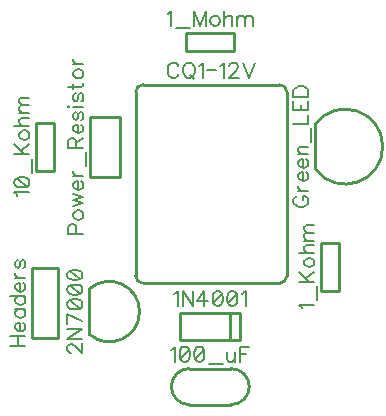
<source format=gto>
G04 DipTrace 2.4.0.2*
%INTopSilk.gto*%
%MOIN*%
%ADD10C,0.0098*%
%ADD54C,0.0077*%
%FSLAX44Y44*%
G04*
G70*
G90*
G75*
G01*
%LNTopSilk*%
%LPD*%
X10241Y5340D2*
D10*
X11639D1*
X10241Y6540D2*
X11639D1*
Y5340D2*
G03X11639Y6540I1J600D01*
G01*
X10241D2*
G03X10241Y5340I-1J-600D01*
G01*
X14640Y9139D2*
X15240D1*
X14640Y10741D2*
Y9139D1*
Y10741D2*
X15240D1*
Y9139D1*
X11741Y17140D2*
Y17740D1*
X10139Y17140D2*
X11741D1*
X10139D2*
Y17740D1*
X11741D1*
X11933Y8393D2*
Y7487D1*
X9923D1*
X11599Y8393D2*
Y7487D1*
X9923Y8393D2*
Y7487D1*
X11933Y8393D2*
X9923D1*
X6909Y7684D2*
G03X6909Y9196I666J756D01*
G01*
Y7684D1*
X13491Y15767D2*
Y9625D1*
X13255Y9389D2*
X8688D1*
X8452Y9625D2*
Y15767D1*
X8688Y16003D2*
X13255D1*
G02X13491Y15767I0J-236D01*
G01*
Y9625D2*
G02X13255Y9389I-236J0D01*
G01*
X8688D2*
G02X8452Y9625I0J236D01*
G01*
Y15767D2*
G02X8688Y16003I236J0D01*
G01*
X14440Y13191D2*
Y14689D1*
X14442Y13188D2*
G03X14442Y14692I998J752D01*
G01*
X5007Y7546D2*
Y9909D1*
X5873Y7546D2*
Y9909D1*
X5007Y7546D2*
X5873D1*
X5007Y9909D2*
X5873D1*
X7940Y14940D2*
X6940D1*
X7940Y12940D2*
Y14940D1*
Y12940D2*
X6940D1*
Y14940D1*
X5740Y14742D2*
X5140D1*
X5740Y13139D2*
Y14742D1*
Y13139D2*
X5140D1*
Y14742D1*
X9645Y7176D2*
D54*
X9693Y7200D1*
X9765Y7272D1*
Y6770D1*
X10063Y7272D2*
X9991Y7248D1*
X9943Y7176D1*
X9919Y7057D1*
Y6985D1*
X9943Y6865D1*
X9991Y6794D1*
X10063Y6770D1*
X10110D1*
X10182Y6794D1*
X10230Y6865D1*
X10254Y6985D1*
Y7057D1*
X10230Y7176D1*
X10182Y7248D1*
X10110Y7272D1*
X10063D1*
X10230Y7176D2*
X9943Y6865D1*
X10552Y7272D2*
X10480Y7248D1*
X10432Y7176D1*
X10408Y7057D1*
Y6985D1*
X10432Y6865D1*
X10480Y6794D1*
X10552Y6770D1*
X10600D1*
X10672Y6794D1*
X10719Y6865D1*
X10743Y6985D1*
Y7057D1*
X10719Y7176D1*
X10672Y7248D1*
X10600Y7272D1*
X10552D1*
X10719Y7176D2*
X10432Y6865D1*
X10898Y6687D2*
X11352D1*
X11507Y7105D2*
Y6865D1*
X11530Y6794D1*
X11578Y6770D1*
X11650D1*
X11698Y6794D1*
X11770Y6865D1*
Y7105D2*
Y6770D1*
X12235Y7272D2*
X11924D1*
Y6770D1*
Y7033D2*
X12115D1*
X14004Y8549D2*
X13980Y8597D1*
X13908Y8669D1*
X14410D1*
X14493Y8823D2*
Y9278D1*
X13908Y9432D2*
X14410D1*
X13908Y9767D2*
X14243Y9432D1*
X14123Y9551D2*
X14410Y9767D1*
X14075Y10041D2*
X14099Y9993D1*
X14147Y9945D1*
X14219Y9921D1*
X14266D1*
X14338Y9945D1*
X14386Y9993D1*
X14410Y10041D1*
Y10113D1*
X14386Y10161D1*
X14338Y10208D1*
X14266Y10232D1*
X14219D1*
X14147Y10208D1*
X14099Y10161D1*
X14075Y10113D1*
Y10041D1*
X13908Y10387D2*
X14410D1*
X14171D2*
X14099Y10459D1*
X14075Y10507D1*
Y10579D1*
X14099Y10626D1*
X14171Y10650D1*
X14410D1*
X14075Y10804D2*
X14410D1*
X14171D2*
X14099Y10876D1*
X14075Y10924D1*
Y10996D1*
X14099Y11044D1*
X14171Y11067D1*
X14410D1*
X14171D2*
X14099Y11139D1*
X14075Y11187D1*
Y11259D1*
X14099Y11307D1*
X14171Y11331D1*
X14410D1*
X9525Y18376D2*
X9573Y18400D1*
X9645Y18472D1*
Y17970D1*
X9800Y17887D2*
X10254D1*
X10791Y17970D2*
Y18472D1*
X10599Y17970D1*
X10408Y18472D1*
Y17970D1*
X11064Y18305D2*
X11017Y18281D1*
X10969Y18233D1*
X10945Y18161D1*
Y18114D1*
X10969Y18042D1*
X11017Y17994D1*
X11064Y17970D1*
X11136D1*
X11184Y17994D1*
X11232Y18042D1*
X11256Y18114D1*
Y18161D1*
X11232Y18233D1*
X11184Y18281D1*
X11136Y18305D1*
X11064D1*
X11411Y18472D2*
Y17970D1*
Y18209D2*
X11482Y18281D1*
X11531Y18305D1*
X11602D1*
X11650Y18281D1*
X11674Y18209D1*
Y17970D1*
X11828Y18305D2*
Y17970D1*
Y18209D2*
X11900Y18281D1*
X11948Y18305D1*
X12019D1*
X12067Y18281D1*
X12091Y18209D1*
Y17970D1*
Y18209D2*
X12163Y18281D1*
X12211Y18305D1*
X12282D1*
X12331Y18281D1*
X12355Y18209D1*
Y17970D1*
X9741Y9029D2*
X9789Y9053D1*
X9860Y9124D1*
Y8623D1*
X10350Y9125D2*
Y8623D1*
X10015Y9125D1*
Y8623D1*
X10743D2*
Y9124D1*
X10504Y8790D1*
X10863D1*
X11161Y9124D2*
X11089Y9101D1*
X11041Y9029D1*
X11017Y8909D1*
Y8838D1*
X11041Y8718D1*
X11089Y8646D1*
X11161Y8623D1*
X11209D1*
X11280Y8646D1*
X11328Y8718D1*
X11352Y8838D1*
Y8909D1*
X11328Y9029D1*
X11280Y9101D1*
X11209Y9124D1*
X11161D1*
X11328Y9029D2*
X11041Y8718D1*
X11650Y9124D2*
X11578Y9101D1*
X11530Y9029D1*
X11507Y8909D1*
Y8838D1*
X11530Y8718D1*
X11578Y8646D1*
X11650Y8623D1*
X11698D1*
X11770Y8646D1*
X11817Y8718D1*
X11842Y8838D1*
Y8909D1*
X11817Y9029D1*
X11770Y9101D1*
X11698Y9124D1*
X11650D1*
X11817Y9029D2*
X11530Y8718D1*
X11996Y9029D2*
X12044Y9053D1*
X12116Y9124D1*
Y8623D1*
X6296Y7074D2*
X6273D1*
X6224Y7097D1*
X6201Y7121D1*
X6177Y7169D1*
Y7265D1*
X6201Y7312D1*
X6224Y7336D1*
X6273Y7360D1*
X6320D1*
X6368Y7336D1*
X6439Y7289D1*
X6679Y7049D1*
Y7384D1*
X6176Y7873D2*
X6679D1*
X6176Y7539D1*
X6679D1*
Y8123D2*
X6177Y8363D1*
Y8028D1*
Y8661D2*
X6201Y8589D1*
X6273Y8541D1*
X6392Y8517D1*
X6464D1*
X6583Y8541D1*
X6655Y8589D1*
X6679Y8661D1*
Y8708D1*
X6655Y8780D1*
X6583Y8828D1*
X6464Y8852D1*
X6392D1*
X6273Y8828D1*
X6201Y8780D1*
X6177Y8708D1*
Y8661D1*
X6273Y8828D2*
X6583Y8541D1*
X6177Y9150D2*
X6201Y9078D1*
X6273Y9030D1*
X6392Y9007D1*
X6464D1*
X6583Y9030D1*
X6655Y9078D1*
X6679Y9150D1*
Y9198D1*
X6655Y9270D1*
X6583Y9317D1*
X6464Y9341D1*
X6392D1*
X6273Y9317D1*
X6201Y9270D1*
X6177Y9198D1*
Y9150D1*
X6273Y9317D2*
X6583Y9030D1*
X6177Y9640D2*
X6201Y9568D1*
X6273Y9520D1*
X6392Y9496D1*
X6464D1*
X6583Y9520D1*
X6655Y9568D1*
X6679Y9640D1*
Y9687D1*
X6655Y9759D1*
X6583Y9806D1*
X6464Y9831D1*
X6392D1*
X6273Y9806D1*
X6201Y9759D1*
X6177Y9687D1*
Y9640D1*
X6273Y9806D2*
X6583Y9520D1*
X9879Y16616D2*
X9856Y16663D1*
X9808Y16711D1*
X9760Y16735D1*
X9664D1*
X9616Y16711D1*
X9569Y16663D1*
X9544Y16616D1*
X9521Y16544D1*
Y16424D1*
X9544Y16353D1*
X9569Y16305D1*
X9616Y16257D1*
X9664Y16233D1*
X9760D1*
X9808Y16257D1*
X9856Y16305D1*
X9879Y16353D1*
X10177Y16735D2*
X10130Y16712D1*
X10082Y16664D1*
X10058Y16616D1*
X10034Y16544D1*
Y16425D1*
X10058Y16353D1*
X10082Y16305D1*
X10130Y16257D1*
X10177Y16233D1*
X10273D1*
X10321Y16257D1*
X10369Y16305D1*
X10392Y16353D1*
X10417Y16425D1*
Y16544D1*
X10392Y16616D1*
X10369Y16664D1*
X10321Y16712D1*
X10273Y16735D1*
X10177D1*
X10249Y16329D2*
X10392Y16185D1*
X10571Y16639D2*
X10619Y16663D1*
X10691Y16735D1*
Y16233D1*
X10845Y16484D2*
X11122D1*
X11276Y16639D2*
X11324Y16663D1*
X11396Y16735D1*
Y16233D1*
X11575Y16615D2*
Y16639D1*
X11599Y16687D1*
X11622Y16711D1*
X11670Y16735D1*
X11766D1*
X11814Y16711D1*
X11837Y16687D1*
X11862Y16639D1*
Y16592D1*
X11837Y16543D1*
X11790Y16472D1*
X11551Y16233D1*
X11885D1*
X12040Y16735D2*
X12231Y16233D1*
X12422Y16735D1*
X13827Y12294D2*
X13780Y12270D1*
X13732Y12222D1*
X13708Y12175D1*
Y12079D1*
X13732Y12031D1*
X13780Y11984D1*
X13827Y11959D1*
X13899Y11935D1*
X14019D1*
X14090Y11959D1*
X14138Y11984D1*
X14186Y12031D1*
X14210Y12079D1*
Y12175D1*
X14186Y12222D1*
X14138Y12270D1*
X14090Y12294D1*
X14019D1*
Y12175D1*
X13875Y12449D2*
X14210D1*
X14019D2*
X13947Y12473D1*
X13899Y12520D1*
X13875Y12568D1*
Y12640D1*
X14019Y12795D2*
Y13082D1*
X13971D1*
X13923Y13058D1*
X13899Y13034D1*
X13875Y12986D1*
Y12914D1*
X13899Y12867D1*
X13947Y12818D1*
X14019Y12795D1*
X14067D1*
X14138Y12818D1*
X14186Y12867D1*
X14210Y12914D1*
Y12986D1*
X14186Y13034D1*
X14138Y13082D1*
X14019Y13236D2*
Y13523D1*
X13971D1*
X13923Y13499D1*
X13899Y13475D1*
X13875Y13427D1*
Y13355D1*
X13899Y13308D1*
X13947Y13260D1*
X14019Y13236D1*
X14067D1*
X14138Y13260D1*
X14186Y13308D1*
X14210Y13355D1*
Y13427D1*
X14186Y13475D1*
X14138Y13523D1*
X13875Y13677D2*
X14210D1*
X13971D2*
X13899Y13749D1*
X13875Y13797D1*
Y13868D1*
X13899Y13917D1*
X13971Y13940D1*
X14210D1*
X14293Y14095D2*
Y14549D1*
X13708Y14703D2*
X14210D1*
Y14990D1*
X13708Y15455D2*
Y15145D1*
X14210D1*
Y15455D1*
X13947Y15145D2*
Y15336D1*
X13708Y15610D2*
X14210D1*
Y15777D1*
X14186Y15849D1*
X14138Y15897D1*
X14090Y15921D1*
X14019Y15945D1*
X13899D1*
X13827Y15921D1*
X13780Y15897D1*
X13732Y15849D1*
X13708Y15777D1*
Y15610D1*
X4275Y7296D2*
X4777D1*
X4275Y7631D2*
X4777D1*
X4514Y7296D2*
Y7631D1*
X4586Y7785D2*
Y8072D1*
X4538D1*
X4490Y8048D1*
X4466Y8024D1*
X4442Y7976D1*
Y7904D1*
X4466Y7857D1*
X4514Y7809D1*
X4586Y7785D1*
X4633D1*
X4705Y7809D1*
X4753Y7857D1*
X4777Y7904D1*
Y7976D1*
X4753Y8024D1*
X4705Y8072D1*
X4442Y8513D2*
X4777D1*
X4514D2*
X4466Y8466D1*
X4442Y8417D1*
Y8346D1*
X4466Y8298D1*
X4514Y8251D1*
X4586Y8226D1*
X4633D1*
X4705Y8251D1*
X4753Y8298D1*
X4777Y8346D1*
Y8417D1*
X4753Y8466D1*
X4705Y8513D1*
X4275Y8954D2*
X4777D1*
X4514D2*
X4466Y8907D1*
X4442Y8859D1*
Y8787D1*
X4466Y8739D1*
X4514Y8691D1*
X4586Y8667D1*
X4633D1*
X4705Y8691D1*
X4753Y8739D1*
X4777Y8787D1*
Y8859D1*
X4753Y8907D1*
X4705Y8954D1*
X4586Y9109D2*
Y9396D1*
X4538D1*
X4490Y9372D1*
X4466Y9348D1*
X4442Y9300D1*
Y9228D1*
X4466Y9181D1*
X4514Y9132D1*
X4586Y9109D1*
X4633D1*
X4705Y9132D1*
X4753Y9181D1*
X4777Y9228D1*
Y9300D1*
X4753Y9348D1*
X4705Y9396D1*
X4442Y9550D2*
X4777D1*
X4586D2*
X4514Y9574D1*
X4466Y9622D1*
X4442Y9670D1*
Y9742D1*
X4514Y10159D2*
X4466Y10135D1*
X4442Y10064D1*
Y9992D1*
X4466Y9920D1*
X4514Y9896D1*
X4562Y9920D1*
X4586Y9968D1*
X4610Y10087D1*
X4633Y10135D1*
X4681Y10159D1*
X4705D1*
X4753Y10135D1*
X4777Y10064D1*
Y9992D1*
X4753Y9920D1*
X4705Y9896D1*
X6471Y11011D2*
Y11226D1*
X6447Y11297D1*
X6423Y11322D1*
X6375Y11346D1*
X6303D1*
X6256Y11322D1*
X6232Y11297D1*
X6208Y11226D1*
Y11011D1*
X6710D1*
X6375Y11619D2*
X6399Y11572D1*
X6447Y11524D1*
X6519Y11500D1*
X6566D1*
X6638Y11524D1*
X6686Y11572D1*
X6710Y11619D1*
Y11691D1*
X6686Y11739D1*
X6638Y11787D1*
X6566Y11811D1*
X6519D1*
X6447Y11787D1*
X6399Y11739D1*
X6375Y11691D1*
Y11619D1*
Y11965D2*
X6710Y12061D1*
X6375Y12157D1*
X6710Y12252D1*
X6375Y12348D1*
X6519Y12502D2*
Y12789D1*
X6471D1*
X6423Y12765D1*
X6399Y12742D1*
X6375Y12694D1*
Y12622D1*
X6399Y12574D1*
X6447Y12526D1*
X6519Y12502D1*
X6566D1*
X6638Y12526D1*
X6686Y12574D1*
X6710Y12622D1*
Y12694D1*
X6686Y12742D1*
X6638Y12789D1*
X6375Y12944D2*
X6710D1*
X6519D2*
X6447Y12968D1*
X6399Y13015D1*
X6375Y13064D1*
Y13135D1*
X6793Y13290D2*
Y13744D1*
X6447Y13898D2*
Y14113D1*
X6423Y14185D1*
X6399Y14210D1*
X6351Y14233D1*
X6303D1*
X6256Y14210D1*
X6232Y14185D1*
X6208Y14113D1*
Y13898D1*
X6710D1*
X6447Y14066D2*
X6710Y14233D1*
X6519Y14388D2*
Y14675D1*
X6471D1*
X6423Y14651D1*
X6399Y14627D1*
X6375Y14579D1*
Y14507D1*
X6399Y14460D1*
X6447Y14412D1*
X6519Y14388D1*
X6566D1*
X6638Y14412D1*
X6686Y14460D1*
X6710Y14507D1*
Y14579D1*
X6686Y14627D1*
X6638Y14675D1*
X6447Y15092D2*
X6399Y15068D1*
X6375Y14996D1*
Y14925D1*
X6399Y14853D1*
X6447Y14829D1*
X6495Y14853D1*
X6519Y14901D1*
X6543Y15020D1*
X6566Y15068D1*
X6615Y15092D1*
X6638D1*
X6686Y15068D1*
X6710Y14996D1*
Y14925D1*
X6686Y14853D1*
X6638Y14829D1*
X6208Y15246D2*
X6232Y15270D1*
X6208Y15295D1*
X6183Y15270D1*
X6208Y15246D1*
X6375Y15270D2*
X6710D1*
X6447Y15712D2*
X6399Y15688D1*
X6375Y15616D1*
Y15545D1*
X6399Y15473D1*
X6447Y15449D1*
X6495Y15473D1*
X6519Y15521D1*
X6543Y15640D1*
X6566Y15688D1*
X6615Y15712D1*
X6638D1*
X6686Y15688D1*
X6710Y15616D1*
Y15545D1*
X6686Y15473D1*
X6638Y15449D1*
X6208Y15938D2*
X6615D1*
X6686Y15962D1*
X6710Y16010D1*
Y16058D1*
X6375Y15866D2*
Y16034D1*
Y16331D2*
X6399Y16284D1*
X6447Y16236D1*
X6519Y16212D1*
X6566D1*
X6638Y16236D1*
X6686Y16284D1*
X6710Y16331D1*
Y16403D1*
X6686Y16451D1*
X6638Y16499D1*
X6566Y16523D1*
X6519D1*
X6447Y16499D1*
X6399Y16451D1*
X6375Y16403D1*
Y16331D1*
Y16678D2*
X6710D1*
X6519D2*
X6447Y16702D1*
X6399Y16749D1*
X6375Y16798D1*
Y16869D1*
X4504Y12304D2*
X4480Y12352D1*
X4408Y12424D1*
X4910D1*
X4408Y12722D2*
X4432Y12650D1*
X4504Y12602D1*
X4623Y12579D1*
X4695D1*
X4815Y12602D1*
X4886Y12650D1*
X4910Y12722D1*
Y12770D1*
X4886Y12842D1*
X4815Y12889D1*
X4695Y12914D1*
X4623D1*
X4504Y12889D1*
X4432Y12842D1*
X4408Y12770D1*
Y12722D1*
X4504Y12889D2*
X4815Y12602D1*
X4993Y13068D2*
Y13522D1*
X4408Y13677D2*
X4910D1*
X4408Y14012D2*
X4743Y13677D1*
X4623Y13796D2*
X4910Y14012D1*
X4575Y14285D2*
X4599Y14238D1*
X4647Y14190D1*
X4719Y14166D1*
X4766D1*
X4838Y14190D1*
X4886Y14238D1*
X4910Y14285D1*
Y14357D1*
X4886Y14405D1*
X4838Y14453D1*
X4766Y14477D1*
X4719D1*
X4647Y14453D1*
X4599Y14405D1*
X4575Y14357D1*
Y14285D1*
X4408Y14632D2*
X4910D1*
X4671D2*
X4599Y14703D1*
X4575Y14751D1*
Y14823D1*
X4599Y14871D1*
X4671Y14895D1*
X4910D1*
X4575Y15049D2*
X4910D1*
X4671D2*
X4599Y15121D1*
X4575Y15169D1*
Y15240D1*
X4599Y15288D1*
X4671Y15312D1*
X4910D1*
X4671D2*
X4599Y15384D1*
X4575Y15432D1*
Y15503D1*
X4599Y15551D1*
X4671Y15576D1*
X4910D1*
M02*

</source>
